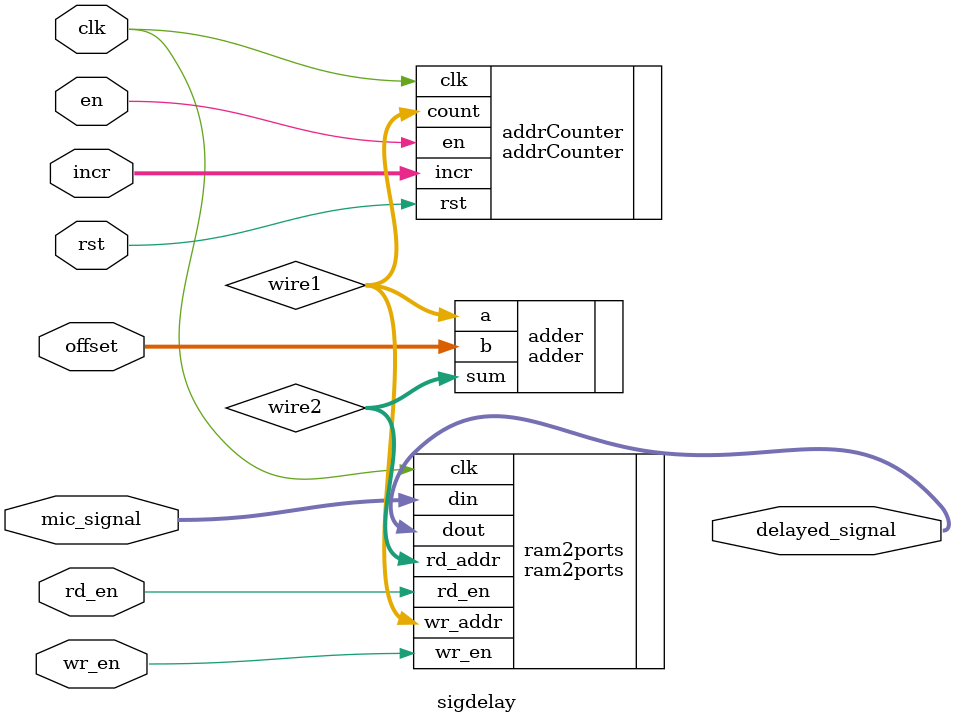
<source format=sv>
module sigdelay #(
  parameter A_WIDTH = 8,
  parameter D_WIDTH = 8
)(
  // interface signals
  input  wire             clk,       // clock 
  input  wire             rst,       // reset 
  input  wire             en,        // counter enable
  input  wire             rd_en,     // read enable
  input  wire             wr_en,     // write enable
  input  wire [A_WIDTH-1:0] incr,    // increment for addr counter
  input  wire [A_WIDTH-1:0] offset,   // signal delay
  input  wire [D_WIDTH-1:0] mic_signal,     // input data
  output wire [D_WIDTH-1:0] delayed_signal    // output data
);

  wire  [A_WIDTH-1:0]       wire1; // interconnect wire1
  wire  [A_WIDTH-1:0]       wire2; // interconnect wire1


addrCounter addrCounter (
  .clk (clk),
  .rst (rst),
  .en (en),
  .incr(incr),
  .count(wire1)
);

adder adder (
  .a (wire1),
  .b (offset),
  .sum (wire2)

);

ram2ports ram2ports (
  .wr_addr (wire1),
  .rd_addr (wire2),
  .din (mic_signal),
  .dout (delayed_signal),
  .wr_en (wr_en),
  .rd_en (rd_en),
  .clk (clk)

);

endmodule

</source>
